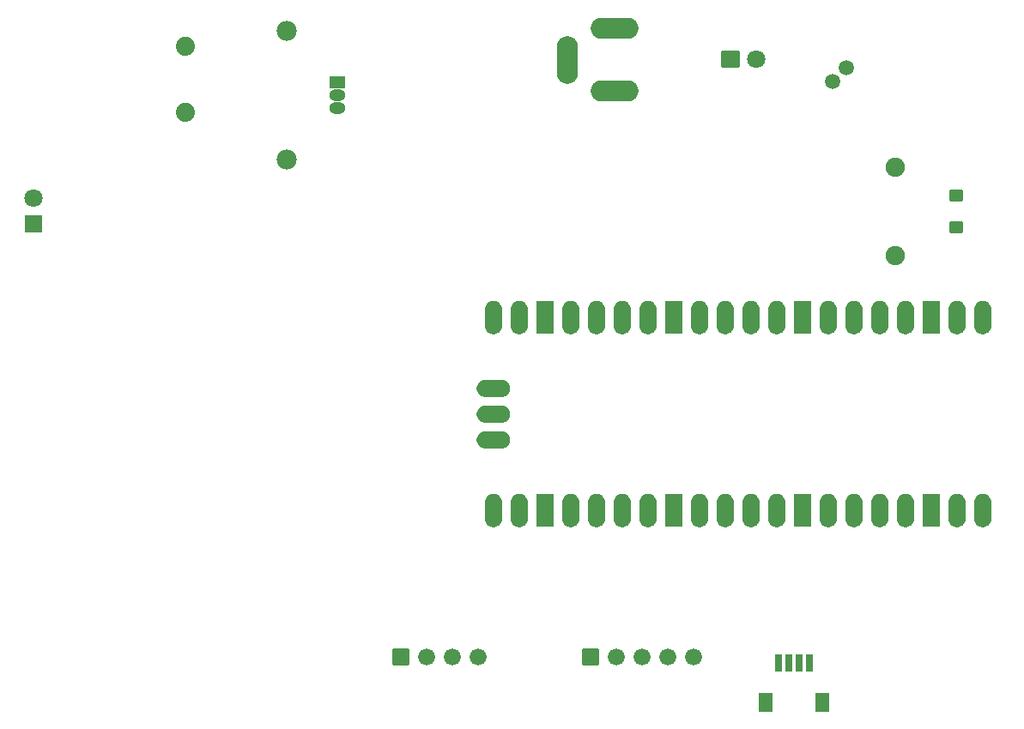
<source format=gbs>
G04 Layer: BottomSolderMaskLayer*
G04 EasyEDA v6.5.40, 2024-04-28 19:39:01*
G04 a67cddfb3fce44daa9051d46cbbcc19f,10*
G04 Gerber Generator version 0.2*
G04 Scale: 100 percent, Rotated: No, Reflected: No *
G04 Dimensions in millimeters *
G04 leading zeros omitted , absolute positions ,4 integer and 5 decimal *
%FSLAX45Y45*%
%MOMM*%

%AMMACRO1*1,1,$1,$2,$3*1,1,$1,$4,$5*1,1,$1,0-$2,0-$3*1,1,$1,0-$4,0-$5*20,1,$1,$2,$3,$4,$5,0*20,1,$1,$4,$5,0-$2,0-$3,0*20,1,$1,0-$2,0-$3,0-$4,0-$5,0*20,1,$1,0-$4,0-$5,$2,$3,0*4,1,4,$2,$3,$4,$5,0-$2,0-$3,0-$4,0-$5,$2,$3,0*%
%AMMACRO2*4,1,4,-0.8508,-1.6507,-0.8508,1.6507,0.8508,1.6507,0.8508,-1.6507,-0.8508,-1.6507,0*%
%AMMACRO3*4,1,4,-0.8509,-1.6507,-0.8509,1.6507,0.8509,1.6507,0.8509,-1.6507,-0.8509,-1.6507,0*%
%ADD10MACRO1,0.1016X0.3X0.775X-0.3X0.775*%
%ADD11MACRO1,0.1016X0.6X0.9X-0.6X0.9*%
%ADD12MACRO1,0.1016X0.6X-0.5X0.6X0.5*%
%ADD13MACRO2*%
%ADD14MACRO3*%
%ADD15C,1.9016*%
%ADD16R,1.6764X1.8016*%
%ADD17C,1.8016*%
%ADD18MACRO1,0.1016X-0.7874X0.7874X0.7874X0.7874*%
%ADD19C,1.6764*%
%ADD20MACRO1,0.1016X0.75X0.535X0.75X-0.535*%
%ADD21O,1.6015970000000002X1.1716004000000002*%
%ADD22C,1.9812*%
%ADD23C,1.8796*%
%ADD24C,1.5032*%
%ADD25MACRO1,0.1016X-0.85X0.7874X0.85X0.7874*%
%ADD26O,4.701590799999999X2.101596*%
%ADD27O,2.101596X4.701590799999999*%
%ADD28O,0.0109X4.701590799999999*%

%LPD*%
D10*
G01*
X8049935Y543814D03*
G01*
X8149935Y543814D03*
G01*
X7849920Y543765D03*
G01*
X7949918Y543767D03*
D11*
G01*
X8279958Y156263D03*
G01*
X7719951Y156215D03*
D12*
G01*
X9599980Y5154980D03*
G01*
X9599980Y4844999D03*
G36*
X9862997Y3787419D02*
G01*
X9852736Y3788029D01*
X9842627Y3789857D01*
X9832822Y3792931D01*
X9823450Y3797147D01*
X9814661Y3802456D01*
X9806559Y3808806D01*
X9799294Y3816070D01*
X9792970Y3824147D01*
X9787661Y3832961D01*
X9783445Y3842308D01*
X9780371Y3852138D01*
X9778517Y3862247D01*
X9777907Y3872331D01*
X9777907Y4032656D01*
X9778517Y4042740D01*
X9780371Y4052849D01*
X9783445Y4062653D01*
X9787661Y4072026D01*
X9792970Y4080840D01*
X9799294Y4088917D01*
X9806559Y4096181D01*
X9814661Y4102531D01*
X9823450Y4107814D01*
X9832822Y4112031D01*
X9842627Y4115130D01*
X9852736Y4116959D01*
X9862997Y4117568D01*
X9873234Y4116959D01*
X9883368Y4115130D01*
X9893172Y4112031D01*
X9902545Y4107814D01*
X9911334Y4102531D01*
X9919411Y4096181D01*
X9926675Y4088917D01*
X9933025Y4080840D01*
X9938334Y4072026D01*
X9942550Y4062653D01*
X9945624Y4052849D01*
X9947452Y4042740D01*
X9948062Y4032656D01*
X9948062Y3872331D01*
X9947452Y3862247D01*
X9945624Y3852138D01*
X9942550Y3842308D01*
X9938334Y3832961D01*
X9933025Y3824147D01*
X9926675Y3816070D01*
X9919411Y3808806D01*
X9911334Y3802456D01*
X9902545Y3797147D01*
X9893172Y3792931D01*
X9883368Y3789857D01*
X9873234Y3788029D01*
G37*
G36*
X9608997Y3787419D02*
G01*
X9598736Y3788029D01*
X9588627Y3789857D01*
X9578822Y3792931D01*
X9569450Y3797147D01*
X9560661Y3802456D01*
X9552559Y3808806D01*
X9545294Y3816070D01*
X9538970Y3824147D01*
X9533661Y3832961D01*
X9529445Y3842308D01*
X9526371Y3852138D01*
X9524517Y3862247D01*
X9523907Y3872331D01*
X9523907Y4032656D01*
X9524517Y4042740D01*
X9526371Y4052849D01*
X9529445Y4062653D01*
X9533661Y4072026D01*
X9538970Y4080840D01*
X9545294Y4088917D01*
X9552559Y4096181D01*
X9560661Y4102531D01*
X9569450Y4107814D01*
X9578822Y4112031D01*
X9588627Y4115130D01*
X9598736Y4116959D01*
X9608997Y4117568D01*
X9619234Y4116959D01*
X9629368Y4115130D01*
X9639172Y4112031D01*
X9648545Y4107814D01*
X9657334Y4102531D01*
X9665411Y4096181D01*
X9672675Y4088917D01*
X9679025Y4080840D01*
X9684334Y4072026D01*
X9688550Y4062653D01*
X9691624Y4052849D01*
X9693452Y4042740D01*
X9694062Y4032656D01*
X9694062Y3872331D01*
X9693452Y3862247D01*
X9691624Y3852138D01*
X9688550Y3842308D01*
X9684334Y3832961D01*
X9679025Y3824147D01*
X9672675Y3816070D01*
X9665411Y3808806D01*
X9657334Y3802456D01*
X9648545Y3797147D01*
X9639172Y3792931D01*
X9629368Y3789857D01*
X9619234Y3788029D01*
G37*
D13*
G01*
X9354985Y3952493D03*
G36*
X9100997Y3787419D02*
G01*
X9090736Y3788029D01*
X9080627Y3789857D01*
X9070822Y3792931D01*
X9061450Y3797147D01*
X9052661Y3802456D01*
X9044559Y3808806D01*
X9037294Y3816070D01*
X9030970Y3824147D01*
X9025661Y3832961D01*
X9021445Y3842308D01*
X9018371Y3852138D01*
X9016517Y3862247D01*
X9015907Y3872331D01*
X9015907Y4032656D01*
X9016517Y4042740D01*
X9018371Y4052849D01*
X9021445Y4062653D01*
X9025661Y4072026D01*
X9030970Y4080840D01*
X9037294Y4088917D01*
X9044559Y4096181D01*
X9052661Y4102531D01*
X9061450Y4107814D01*
X9070822Y4112031D01*
X9080627Y4115130D01*
X9090736Y4116959D01*
X9100997Y4117568D01*
X9111259Y4116959D01*
X9121368Y4115130D01*
X9131172Y4112031D01*
X9140545Y4107814D01*
X9149334Y4102531D01*
X9157411Y4096181D01*
X9164675Y4088917D01*
X9171025Y4080840D01*
X9176334Y4072026D01*
X9180550Y4062653D01*
X9183624Y4052849D01*
X9185478Y4042740D01*
X9186062Y4032656D01*
X9186062Y3872331D01*
X9185478Y3862247D01*
X9183624Y3852138D01*
X9180550Y3842308D01*
X9176334Y3832961D01*
X9171025Y3824147D01*
X9164675Y3816070D01*
X9157411Y3808806D01*
X9149334Y3802456D01*
X9140545Y3797147D01*
X9131172Y3792931D01*
X9121368Y3789857D01*
X9111259Y3788029D01*
G37*
G36*
X8846997Y3787419D02*
G01*
X8836736Y3788029D01*
X8826627Y3789857D01*
X8816822Y3792931D01*
X8807450Y3797147D01*
X8798661Y3802456D01*
X8790559Y3808806D01*
X8783294Y3816070D01*
X8776970Y3824147D01*
X8771661Y3832961D01*
X8767445Y3842308D01*
X8764371Y3852138D01*
X8762517Y3862247D01*
X8761907Y3872331D01*
X8761907Y4032656D01*
X8762517Y4042740D01*
X8764371Y4052849D01*
X8767445Y4062653D01*
X8771661Y4072026D01*
X8776970Y4080840D01*
X8783294Y4088917D01*
X8790559Y4096181D01*
X8798661Y4102531D01*
X8807450Y4107814D01*
X8816822Y4112031D01*
X8826627Y4115130D01*
X8836736Y4116959D01*
X8846997Y4117568D01*
X8857259Y4116959D01*
X8867368Y4115130D01*
X8877172Y4112031D01*
X8886545Y4107814D01*
X8895334Y4102531D01*
X8903411Y4096181D01*
X8910675Y4088917D01*
X8917025Y4080840D01*
X8922334Y4072026D01*
X8926550Y4062653D01*
X8929624Y4052849D01*
X8931478Y4042740D01*
X8932062Y4032656D01*
X8932062Y3872331D01*
X8931478Y3862247D01*
X8929624Y3852138D01*
X8926550Y3842308D01*
X8922334Y3832961D01*
X8917025Y3824147D01*
X8910675Y3816070D01*
X8903411Y3808806D01*
X8895334Y3802456D01*
X8886545Y3797147D01*
X8877172Y3792931D01*
X8867368Y3789857D01*
X8857259Y3788029D01*
G37*
G36*
X8592997Y3787419D02*
G01*
X8582736Y3788029D01*
X8572627Y3789857D01*
X8562822Y3792931D01*
X8553450Y3797147D01*
X8544661Y3802456D01*
X8536559Y3808806D01*
X8529294Y3816070D01*
X8522970Y3824147D01*
X8517661Y3832961D01*
X8513445Y3842308D01*
X8510371Y3852138D01*
X8508517Y3862247D01*
X8507907Y3872331D01*
X8507907Y4032656D01*
X8508517Y4042740D01*
X8510371Y4052849D01*
X8513445Y4062653D01*
X8517661Y4072026D01*
X8522970Y4080840D01*
X8529294Y4088917D01*
X8536559Y4096181D01*
X8544661Y4102531D01*
X8553450Y4107814D01*
X8562822Y4112031D01*
X8572627Y4115130D01*
X8582736Y4116959D01*
X8592997Y4117568D01*
X8603259Y4116959D01*
X8613368Y4115130D01*
X8623172Y4112031D01*
X8632545Y4107814D01*
X8641334Y4102531D01*
X8649411Y4096181D01*
X8656675Y4088917D01*
X8663025Y4080840D01*
X8668334Y4072026D01*
X8672550Y4062653D01*
X8675624Y4052849D01*
X8677478Y4042740D01*
X8678087Y4032656D01*
X8678087Y3872331D01*
X8677478Y3862247D01*
X8675624Y3852138D01*
X8672550Y3842308D01*
X8668334Y3832961D01*
X8663025Y3824147D01*
X8656675Y3816070D01*
X8649411Y3808806D01*
X8641334Y3802456D01*
X8632545Y3797147D01*
X8623172Y3792931D01*
X8613368Y3789857D01*
X8603259Y3788029D01*
G37*
G36*
X8338997Y3787419D02*
G01*
X8328736Y3788029D01*
X8318627Y3789857D01*
X8308822Y3792931D01*
X8299450Y3797147D01*
X8290661Y3802456D01*
X8282559Y3808806D01*
X8275294Y3816070D01*
X8268970Y3824147D01*
X8263661Y3832961D01*
X8259445Y3842308D01*
X8256371Y3852138D01*
X8254517Y3862247D01*
X8253907Y3872331D01*
X8253907Y4032656D01*
X8254517Y4042740D01*
X8256371Y4052849D01*
X8259445Y4062653D01*
X8263661Y4072026D01*
X8268970Y4080840D01*
X8275294Y4088917D01*
X8282559Y4096181D01*
X8290661Y4102531D01*
X8299450Y4107814D01*
X8308822Y4112031D01*
X8318627Y4115130D01*
X8328736Y4116959D01*
X8338997Y4117568D01*
X8349259Y4116959D01*
X8359368Y4115130D01*
X8369172Y4112031D01*
X8378545Y4107814D01*
X8387334Y4102531D01*
X8395436Y4096181D01*
X8402675Y4088917D01*
X8409025Y4080840D01*
X8414334Y4072026D01*
X8418550Y4062653D01*
X8421624Y4052849D01*
X8423478Y4042740D01*
X8424087Y4032656D01*
X8424087Y3872331D01*
X8423478Y3862247D01*
X8421624Y3852138D01*
X8418550Y3842308D01*
X8414334Y3832961D01*
X8409025Y3824147D01*
X8402675Y3816070D01*
X8395436Y3808806D01*
X8387334Y3802456D01*
X8378545Y3797147D01*
X8369172Y3792931D01*
X8359368Y3789857D01*
X8349259Y3788029D01*
G37*
D14*
G01*
X8084997Y3952493D03*
G36*
X7830997Y3787419D02*
G01*
X7820736Y3788029D01*
X7810627Y3789857D01*
X7800822Y3792931D01*
X7791450Y3797147D01*
X7782661Y3802456D01*
X7774559Y3808806D01*
X7767294Y3816070D01*
X7760970Y3824147D01*
X7755661Y3832961D01*
X7751445Y3842308D01*
X7748371Y3852138D01*
X7746517Y3862247D01*
X7745907Y3872331D01*
X7745907Y4032656D01*
X7746517Y4042740D01*
X7748371Y4052849D01*
X7751445Y4062653D01*
X7755661Y4072026D01*
X7760970Y4080840D01*
X7767294Y4088917D01*
X7774559Y4096181D01*
X7782661Y4102531D01*
X7791450Y4107814D01*
X7800822Y4112031D01*
X7810627Y4115130D01*
X7820736Y4116959D01*
X7830997Y4117568D01*
X7841259Y4116959D01*
X7851368Y4115130D01*
X7861172Y4112031D01*
X7870545Y4107814D01*
X7879334Y4102531D01*
X7887436Y4096181D01*
X7894675Y4088917D01*
X7901025Y4080840D01*
X7906334Y4072026D01*
X7910550Y4062653D01*
X7913624Y4052849D01*
X7915478Y4042740D01*
X7916087Y4032656D01*
X7916087Y3872331D01*
X7915478Y3862247D01*
X7913624Y3852138D01*
X7910550Y3842308D01*
X7906334Y3832961D01*
X7901025Y3824147D01*
X7894675Y3816070D01*
X7887436Y3808806D01*
X7879334Y3802456D01*
X7870545Y3797147D01*
X7861172Y3792931D01*
X7851368Y3789857D01*
X7841259Y3788029D01*
G37*
G36*
X7576997Y3787419D02*
G01*
X7566736Y3788029D01*
X7556627Y3789857D01*
X7546822Y3792931D01*
X7537450Y3797147D01*
X7528661Y3802456D01*
X7520559Y3808806D01*
X7513294Y3816070D01*
X7506970Y3824147D01*
X7501661Y3832961D01*
X7497445Y3842308D01*
X7494371Y3852138D01*
X7492517Y3862247D01*
X7491907Y3872331D01*
X7491907Y4032656D01*
X7492517Y4042740D01*
X7494371Y4052849D01*
X7497445Y4062653D01*
X7501661Y4072026D01*
X7506970Y4080840D01*
X7513294Y4088917D01*
X7520559Y4096181D01*
X7528661Y4102531D01*
X7537450Y4107814D01*
X7546822Y4112031D01*
X7556627Y4115130D01*
X7566736Y4116959D01*
X7576997Y4117568D01*
X7587259Y4116959D01*
X7597368Y4115130D01*
X7607172Y4112031D01*
X7616545Y4107814D01*
X7625334Y4102531D01*
X7633436Y4096181D01*
X7640675Y4088917D01*
X7647025Y4080840D01*
X7652334Y4072026D01*
X7656550Y4062653D01*
X7659624Y4052849D01*
X7661478Y4042740D01*
X7662087Y4032656D01*
X7662087Y3872331D01*
X7661478Y3862247D01*
X7659624Y3852138D01*
X7656550Y3842308D01*
X7652334Y3832961D01*
X7647025Y3824147D01*
X7640675Y3816070D01*
X7633436Y3808806D01*
X7625334Y3802456D01*
X7616545Y3797147D01*
X7607172Y3792931D01*
X7597368Y3789857D01*
X7587259Y3788029D01*
G37*
G36*
X7322997Y3787419D02*
G01*
X7312736Y3788029D01*
X7302627Y3789857D01*
X7292822Y3792931D01*
X7283450Y3797147D01*
X7274661Y3802456D01*
X7266559Y3808806D01*
X7259320Y3816070D01*
X7252970Y3824147D01*
X7247661Y3832961D01*
X7243445Y3842308D01*
X7240371Y3852138D01*
X7238517Y3862247D01*
X7237907Y3872331D01*
X7237907Y4032656D01*
X7238517Y4042740D01*
X7240371Y4052849D01*
X7243445Y4062653D01*
X7247661Y4072026D01*
X7252970Y4080840D01*
X7259320Y4088917D01*
X7266559Y4096181D01*
X7274661Y4102531D01*
X7283450Y4107814D01*
X7292822Y4112031D01*
X7302627Y4115130D01*
X7312736Y4116959D01*
X7322997Y4117568D01*
X7333259Y4116959D01*
X7343368Y4115130D01*
X7353172Y4112031D01*
X7362545Y4107814D01*
X7371334Y4102531D01*
X7379436Y4096181D01*
X7386700Y4088917D01*
X7393025Y4080840D01*
X7398334Y4072026D01*
X7402550Y4062653D01*
X7405624Y4052849D01*
X7407478Y4042740D01*
X7408087Y4032656D01*
X7408087Y3872331D01*
X7407478Y3862247D01*
X7405624Y3852138D01*
X7402550Y3842308D01*
X7398334Y3832961D01*
X7393025Y3824147D01*
X7386700Y3816070D01*
X7379436Y3808806D01*
X7371334Y3802456D01*
X7362545Y3797147D01*
X7353172Y3792931D01*
X7343368Y3789857D01*
X7333259Y3788029D01*
G37*
G36*
X7068997Y3787419D02*
G01*
X7058736Y3788029D01*
X7048627Y3789857D01*
X7038822Y3792931D01*
X7029450Y3797147D01*
X7020661Y3802456D01*
X7012559Y3808806D01*
X7005320Y3816070D01*
X6998970Y3824147D01*
X6993661Y3832961D01*
X6989445Y3842308D01*
X6986371Y3852138D01*
X6984517Y3862247D01*
X6983907Y3872331D01*
X6983907Y4032656D01*
X6984517Y4042740D01*
X6986371Y4052849D01*
X6989445Y4062653D01*
X6993661Y4072026D01*
X6998970Y4080840D01*
X7005320Y4088917D01*
X7012559Y4096181D01*
X7020661Y4102531D01*
X7029450Y4107814D01*
X7038822Y4112031D01*
X7048627Y4115130D01*
X7058736Y4116959D01*
X7068997Y4117568D01*
X7079259Y4116959D01*
X7089368Y4115130D01*
X7099172Y4112031D01*
X7108545Y4107814D01*
X7117334Y4102531D01*
X7125436Y4096181D01*
X7132700Y4088917D01*
X7139025Y4080840D01*
X7144334Y4072026D01*
X7148550Y4062653D01*
X7151624Y4052849D01*
X7153478Y4042740D01*
X7154087Y4032656D01*
X7154087Y3872331D01*
X7153478Y3862247D01*
X7151624Y3852138D01*
X7148550Y3842308D01*
X7144334Y3832961D01*
X7139025Y3824147D01*
X7132700Y3816070D01*
X7125436Y3808806D01*
X7117334Y3802456D01*
X7108545Y3797147D01*
X7099172Y3792931D01*
X7089368Y3789857D01*
X7079259Y3788029D01*
G37*
G01*
X6814997Y3952493D03*
G36*
X6560997Y3787419D02*
G01*
X6550736Y3788029D01*
X6540627Y3789857D01*
X6530822Y3792931D01*
X6521450Y3797147D01*
X6512661Y3802456D01*
X6504559Y3808806D01*
X6497320Y3816070D01*
X6490970Y3824147D01*
X6485661Y3832961D01*
X6481445Y3842308D01*
X6478371Y3852138D01*
X6476517Y3862247D01*
X6475907Y3872331D01*
X6475907Y4032656D01*
X6476517Y4042740D01*
X6478371Y4052849D01*
X6481445Y4062653D01*
X6485661Y4072026D01*
X6490970Y4080840D01*
X6497320Y4088917D01*
X6504559Y4096181D01*
X6512661Y4102531D01*
X6521450Y4107814D01*
X6530822Y4112031D01*
X6540627Y4115130D01*
X6550736Y4116959D01*
X6560997Y4117568D01*
X6571259Y4116959D01*
X6581368Y4115130D01*
X6591172Y4112031D01*
X6600545Y4107814D01*
X6609334Y4102531D01*
X6617436Y4096181D01*
X6624700Y4088917D01*
X6631025Y4080840D01*
X6636334Y4072026D01*
X6640550Y4062653D01*
X6643624Y4052849D01*
X6645478Y4042740D01*
X6646087Y4032656D01*
X6646087Y3872331D01*
X6645478Y3862247D01*
X6643624Y3852138D01*
X6640550Y3842308D01*
X6636334Y3832961D01*
X6631025Y3824147D01*
X6624700Y3816070D01*
X6617436Y3808806D01*
X6609334Y3802456D01*
X6600545Y3797147D01*
X6591172Y3792931D01*
X6581368Y3789857D01*
X6571259Y3788029D01*
G37*
G36*
X6306997Y3787419D02*
G01*
X6296736Y3788029D01*
X6286627Y3789857D01*
X6276822Y3792931D01*
X6267450Y3797147D01*
X6258661Y3802456D01*
X6250584Y3808806D01*
X6243320Y3816070D01*
X6236970Y3824147D01*
X6231661Y3832961D01*
X6227445Y3842308D01*
X6224371Y3852138D01*
X6222517Y3862247D01*
X6221907Y3872331D01*
X6221907Y4032656D01*
X6222517Y4042740D01*
X6224371Y4052849D01*
X6227445Y4062653D01*
X6231661Y4072026D01*
X6236970Y4080840D01*
X6243320Y4088917D01*
X6250584Y4096181D01*
X6258661Y4102531D01*
X6267450Y4107814D01*
X6276822Y4112031D01*
X6286627Y4115130D01*
X6296736Y4116959D01*
X6306997Y4117568D01*
X6317259Y4116959D01*
X6327368Y4115130D01*
X6337172Y4112031D01*
X6346545Y4107814D01*
X6355334Y4102531D01*
X6363436Y4096181D01*
X6370700Y4088917D01*
X6377025Y4080840D01*
X6382334Y4072026D01*
X6386550Y4062653D01*
X6389624Y4052849D01*
X6391478Y4042740D01*
X6392087Y4032656D01*
X6392087Y3872331D01*
X6391478Y3862247D01*
X6389624Y3852138D01*
X6386550Y3842308D01*
X6382334Y3832961D01*
X6377025Y3824147D01*
X6370700Y3816070D01*
X6363436Y3808806D01*
X6355334Y3802456D01*
X6346545Y3797147D01*
X6337172Y3792931D01*
X6327368Y3789857D01*
X6317259Y3788029D01*
G37*
G36*
X6052997Y3787419D02*
G01*
X6042736Y3788029D01*
X6032627Y3789857D01*
X6022822Y3792931D01*
X6013450Y3797147D01*
X6004661Y3802456D01*
X5996584Y3808806D01*
X5989320Y3816070D01*
X5982970Y3824147D01*
X5977661Y3832961D01*
X5973445Y3842308D01*
X5970371Y3852138D01*
X5968517Y3862247D01*
X5967933Y3872331D01*
X5967933Y4032656D01*
X5968517Y4042740D01*
X5970371Y4052849D01*
X5973445Y4062653D01*
X5977661Y4072026D01*
X5982970Y4080840D01*
X5989320Y4088917D01*
X5996584Y4096181D01*
X6004661Y4102531D01*
X6013450Y4107814D01*
X6022822Y4112031D01*
X6032627Y4115130D01*
X6042736Y4116959D01*
X6052997Y4117568D01*
X6063259Y4116959D01*
X6073368Y4115130D01*
X6083172Y4112031D01*
X6092545Y4107814D01*
X6101334Y4102531D01*
X6109436Y4096181D01*
X6116700Y4088917D01*
X6123025Y4080840D01*
X6128334Y4072026D01*
X6132550Y4062653D01*
X6135624Y4052849D01*
X6137478Y4042740D01*
X6138087Y4032656D01*
X6138087Y3872331D01*
X6137478Y3862247D01*
X6135624Y3852138D01*
X6132550Y3842308D01*
X6128334Y3832961D01*
X6123025Y3824147D01*
X6116700Y3816070D01*
X6109436Y3808806D01*
X6101334Y3802456D01*
X6092545Y3797147D01*
X6083172Y3792931D01*
X6073368Y3789857D01*
X6063259Y3788029D01*
G37*
G36*
X5798997Y3787419D02*
G01*
X5788736Y3788029D01*
X5778627Y3789857D01*
X5768822Y3792931D01*
X5759450Y3797147D01*
X5750661Y3802456D01*
X5742584Y3808806D01*
X5735320Y3816070D01*
X5728970Y3824147D01*
X5723661Y3832961D01*
X5719445Y3842308D01*
X5716371Y3852138D01*
X5714517Y3862247D01*
X5713933Y3872331D01*
X5713933Y4032656D01*
X5714517Y4042740D01*
X5716371Y4052849D01*
X5719445Y4062653D01*
X5723661Y4072026D01*
X5728970Y4080840D01*
X5735320Y4088917D01*
X5742584Y4096181D01*
X5750661Y4102531D01*
X5759450Y4107814D01*
X5768822Y4112031D01*
X5778627Y4115130D01*
X5788736Y4116959D01*
X5798997Y4117568D01*
X5809259Y4116959D01*
X5819368Y4115130D01*
X5829172Y4112031D01*
X5838545Y4107814D01*
X5847334Y4102531D01*
X5855436Y4096181D01*
X5862700Y4088917D01*
X5869025Y4080840D01*
X5874334Y4072026D01*
X5878550Y4062653D01*
X5881624Y4052849D01*
X5883478Y4042740D01*
X5884087Y4032656D01*
X5884087Y3872331D01*
X5883478Y3862247D01*
X5881624Y3852138D01*
X5878550Y3842308D01*
X5874334Y3832961D01*
X5869025Y3824147D01*
X5862700Y3816070D01*
X5855436Y3808806D01*
X5847334Y3802456D01*
X5838545Y3797147D01*
X5829172Y3792931D01*
X5819368Y3789857D01*
X5809259Y3788029D01*
G37*
D13*
G01*
X5545010Y3952493D03*
G36*
X5290997Y3787419D02*
G01*
X5280761Y3788029D01*
X5270627Y3789857D01*
X5260822Y3792931D01*
X5251450Y3797147D01*
X5242661Y3802456D01*
X5234584Y3808806D01*
X5227320Y3816070D01*
X5220970Y3824147D01*
X5215661Y3832961D01*
X5211445Y3842308D01*
X5208371Y3852138D01*
X5206542Y3862247D01*
X5205933Y3872331D01*
X5205933Y4032656D01*
X5206542Y4042740D01*
X5208371Y4052849D01*
X5211445Y4062653D01*
X5215661Y4072026D01*
X5220970Y4080840D01*
X5227320Y4088917D01*
X5234584Y4096181D01*
X5242661Y4102531D01*
X5251450Y4107814D01*
X5260822Y4112031D01*
X5270627Y4115130D01*
X5280761Y4116959D01*
X5290997Y4117568D01*
X5301259Y4116959D01*
X5311368Y4115130D01*
X5321172Y4112031D01*
X5330545Y4107814D01*
X5339334Y4102531D01*
X5347436Y4096181D01*
X5354700Y4088917D01*
X5361025Y4080840D01*
X5366334Y4072026D01*
X5370550Y4062653D01*
X5373624Y4052849D01*
X5375478Y4042740D01*
X5376087Y4032656D01*
X5376087Y3872331D01*
X5375478Y3862247D01*
X5373624Y3852138D01*
X5370550Y3842308D01*
X5366334Y3832961D01*
X5361025Y3824147D01*
X5354700Y3816070D01*
X5347436Y3808806D01*
X5339334Y3802456D01*
X5330545Y3797147D01*
X5321172Y3792931D01*
X5311368Y3789857D01*
X5301259Y3788029D01*
G37*
G36*
X5036997Y3787419D02*
G01*
X5026761Y3788029D01*
X5016627Y3789857D01*
X5006822Y3792931D01*
X4997450Y3797147D01*
X4988661Y3802456D01*
X4980584Y3808806D01*
X4973320Y3816070D01*
X4966970Y3824147D01*
X4961661Y3832961D01*
X4957445Y3842308D01*
X4954371Y3852138D01*
X4952542Y3862247D01*
X4951933Y3872331D01*
X4951933Y4032656D01*
X4952542Y4042740D01*
X4954371Y4052849D01*
X4957445Y4062653D01*
X4961661Y4072026D01*
X4966970Y4080840D01*
X4973320Y4088917D01*
X4980584Y4096181D01*
X4988661Y4102531D01*
X4997450Y4107814D01*
X5006822Y4112031D01*
X5016627Y4115130D01*
X5026761Y4116959D01*
X5036997Y4117568D01*
X5047259Y4116959D01*
X5057368Y4115130D01*
X5067172Y4112031D01*
X5076545Y4107814D01*
X5085334Y4102531D01*
X5093436Y4096181D01*
X5100700Y4088917D01*
X5107025Y4080840D01*
X5112334Y4072026D01*
X5116550Y4062653D01*
X5119624Y4052849D01*
X5121478Y4042740D01*
X5122087Y4032656D01*
X5122087Y3872331D01*
X5121478Y3862247D01*
X5119624Y3852138D01*
X5116550Y3842308D01*
X5112334Y3832961D01*
X5107025Y3824147D01*
X5100700Y3816070D01*
X5093436Y3808806D01*
X5085334Y3802456D01*
X5076545Y3797147D01*
X5067172Y3792931D01*
X5057368Y3789857D01*
X5047259Y3788029D01*
G37*
G36*
X5036997Y1882419D02*
G01*
X5026761Y1883029D01*
X5016627Y1884857D01*
X5006822Y1887956D01*
X4997450Y1892172D01*
X4988661Y1897456D01*
X4980584Y1903806D01*
X4973320Y1911070D01*
X4966970Y1919147D01*
X4961661Y1927961D01*
X4957445Y1937334D01*
X4954371Y1947138D01*
X4952542Y1957247D01*
X4951933Y1967331D01*
X4951933Y2127656D01*
X4952542Y2137740D01*
X4954371Y2147849D01*
X4957445Y2157679D01*
X4961661Y2167026D01*
X4966970Y2175840D01*
X4973320Y2183917D01*
X4980584Y2191181D01*
X4988661Y2197531D01*
X4997450Y2202840D01*
X5006822Y2207056D01*
X5016627Y2210130D01*
X5026761Y2211959D01*
X5036997Y2212568D01*
X5047259Y2211959D01*
X5057368Y2210130D01*
X5067172Y2207056D01*
X5076545Y2202840D01*
X5085334Y2197531D01*
X5093436Y2191181D01*
X5100700Y2183917D01*
X5107025Y2175840D01*
X5112334Y2167026D01*
X5116550Y2157679D01*
X5119624Y2147849D01*
X5121478Y2137740D01*
X5122087Y2127656D01*
X5122087Y1967331D01*
X5121478Y1957247D01*
X5119624Y1947138D01*
X5116550Y1937334D01*
X5112334Y1927961D01*
X5107025Y1919147D01*
X5100700Y1911070D01*
X5093436Y1903806D01*
X5085334Y1897456D01*
X5076545Y1892172D01*
X5067172Y1887956D01*
X5057368Y1884857D01*
X5047259Y1883029D01*
G37*
G36*
X5290997Y1882419D02*
G01*
X5280761Y1883029D01*
X5270627Y1884857D01*
X5260822Y1887956D01*
X5251450Y1892172D01*
X5242661Y1897456D01*
X5234584Y1903806D01*
X5227320Y1911070D01*
X5220970Y1919147D01*
X5215661Y1927961D01*
X5211445Y1937334D01*
X5208371Y1947138D01*
X5206542Y1957247D01*
X5205933Y1967331D01*
X5205933Y2127656D01*
X5206542Y2137740D01*
X5208371Y2147849D01*
X5211445Y2157679D01*
X5215661Y2167026D01*
X5220970Y2175840D01*
X5227320Y2183917D01*
X5234584Y2191181D01*
X5242661Y2197531D01*
X5251450Y2202840D01*
X5260822Y2207056D01*
X5270627Y2210130D01*
X5280761Y2211959D01*
X5290997Y2212568D01*
X5301259Y2211959D01*
X5311368Y2210130D01*
X5321172Y2207056D01*
X5330545Y2202840D01*
X5339334Y2197531D01*
X5347436Y2191181D01*
X5354700Y2183917D01*
X5361025Y2175840D01*
X5366334Y2167026D01*
X5370550Y2157679D01*
X5373624Y2147849D01*
X5375478Y2137740D01*
X5376087Y2127656D01*
X5376087Y1967331D01*
X5375478Y1957247D01*
X5373624Y1947138D01*
X5370550Y1937334D01*
X5366334Y1927961D01*
X5361025Y1919147D01*
X5354700Y1911070D01*
X5347436Y1903806D01*
X5339334Y1897456D01*
X5330545Y1892172D01*
X5321172Y1887956D01*
X5311368Y1884857D01*
X5301259Y1883029D01*
G37*
G01*
X5545010Y2047493D03*
G36*
X5798997Y1882419D02*
G01*
X5788736Y1883029D01*
X5778627Y1884857D01*
X5768822Y1887956D01*
X5759450Y1892172D01*
X5750661Y1897456D01*
X5742584Y1903806D01*
X5735320Y1911070D01*
X5728970Y1919147D01*
X5723661Y1927961D01*
X5719445Y1937334D01*
X5716371Y1947138D01*
X5714517Y1957247D01*
X5713933Y1967331D01*
X5713933Y2127656D01*
X5714517Y2137740D01*
X5716371Y2147849D01*
X5719445Y2157679D01*
X5723661Y2167026D01*
X5728970Y2175840D01*
X5735320Y2183917D01*
X5742584Y2191181D01*
X5750661Y2197531D01*
X5759450Y2202840D01*
X5768822Y2207056D01*
X5778627Y2210130D01*
X5788736Y2211959D01*
X5798997Y2212568D01*
X5809259Y2211959D01*
X5819368Y2210130D01*
X5829172Y2207056D01*
X5838545Y2202840D01*
X5847334Y2197531D01*
X5855436Y2191181D01*
X5862700Y2183917D01*
X5869025Y2175840D01*
X5874334Y2167026D01*
X5878550Y2157679D01*
X5881624Y2147849D01*
X5883478Y2137740D01*
X5884087Y2127656D01*
X5884087Y1967331D01*
X5883478Y1957247D01*
X5881624Y1947138D01*
X5878550Y1937334D01*
X5874334Y1927961D01*
X5869025Y1919147D01*
X5862700Y1911070D01*
X5855436Y1903806D01*
X5847334Y1897456D01*
X5838545Y1892172D01*
X5829172Y1887956D01*
X5819368Y1884857D01*
X5809259Y1883029D01*
G37*
G36*
X6052997Y1882419D02*
G01*
X6042736Y1883029D01*
X6032627Y1884857D01*
X6022822Y1887956D01*
X6013450Y1892172D01*
X6004661Y1897456D01*
X5996584Y1903806D01*
X5989320Y1911070D01*
X5982970Y1919147D01*
X5977661Y1927961D01*
X5973445Y1937334D01*
X5970371Y1947138D01*
X5968517Y1957247D01*
X5967933Y1967331D01*
X5967933Y2127656D01*
X5968517Y2137740D01*
X5970371Y2147849D01*
X5973445Y2157679D01*
X5977661Y2167026D01*
X5982970Y2175840D01*
X5989320Y2183917D01*
X5996584Y2191181D01*
X6004661Y2197531D01*
X6013450Y2202840D01*
X6022822Y2207056D01*
X6032627Y2210130D01*
X6042736Y2211959D01*
X6052997Y2212568D01*
X6063259Y2211959D01*
X6073368Y2210130D01*
X6083172Y2207056D01*
X6092545Y2202840D01*
X6101334Y2197531D01*
X6109436Y2191181D01*
X6116700Y2183917D01*
X6123025Y2175840D01*
X6128334Y2167026D01*
X6132550Y2157679D01*
X6135624Y2147849D01*
X6137478Y2137740D01*
X6138087Y2127656D01*
X6138087Y1967331D01*
X6137478Y1957247D01*
X6135624Y1947138D01*
X6132550Y1937334D01*
X6128334Y1927961D01*
X6123025Y1919147D01*
X6116700Y1911070D01*
X6109436Y1903806D01*
X6101334Y1897456D01*
X6092545Y1892172D01*
X6083172Y1887956D01*
X6073368Y1884857D01*
X6063259Y1883029D01*
G37*
G36*
X6306997Y1882419D02*
G01*
X6296736Y1883029D01*
X6286627Y1884857D01*
X6276822Y1887956D01*
X6267450Y1892172D01*
X6258661Y1897456D01*
X6250584Y1903806D01*
X6243320Y1911070D01*
X6236970Y1919147D01*
X6231661Y1927961D01*
X6227445Y1937334D01*
X6224371Y1947138D01*
X6222517Y1957247D01*
X6221907Y1967331D01*
X6221907Y2127656D01*
X6222517Y2137740D01*
X6224371Y2147849D01*
X6227445Y2157679D01*
X6231661Y2167026D01*
X6236970Y2175840D01*
X6243320Y2183917D01*
X6250584Y2191181D01*
X6258661Y2197531D01*
X6267450Y2202840D01*
X6276822Y2207056D01*
X6286627Y2210130D01*
X6296736Y2211959D01*
X6306997Y2212568D01*
X6317259Y2211959D01*
X6327368Y2210130D01*
X6337172Y2207056D01*
X6346545Y2202840D01*
X6355334Y2197531D01*
X6363436Y2191181D01*
X6370700Y2183917D01*
X6377025Y2175840D01*
X6382334Y2167026D01*
X6386550Y2157679D01*
X6389624Y2147849D01*
X6391478Y2137740D01*
X6392087Y2127656D01*
X6392087Y1967331D01*
X6391478Y1957247D01*
X6389624Y1947138D01*
X6386550Y1937334D01*
X6382334Y1927961D01*
X6377025Y1919147D01*
X6370700Y1911070D01*
X6363436Y1903806D01*
X6355334Y1897456D01*
X6346545Y1892172D01*
X6337172Y1887956D01*
X6327368Y1884857D01*
X6317259Y1883029D01*
G37*
G36*
X6560997Y1882419D02*
G01*
X6550736Y1883029D01*
X6540627Y1884857D01*
X6530822Y1887956D01*
X6521450Y1892172D01*
X6512661Y1897456D01*
X6504559Y1903806D01*
X6497320Y1911070D01*
X6490970Y1919147D01*
X6485661Y1927961D01*
X6481445Y1937334D01*
X6478371Y1947138D01*
X6476517Y1957247D01*
X6475907Y1967331D01*
X6475907Y2127656D01*
X6476517Y2137740D01*
X6478371Y2147849D01*
X6481445Y2157679D01*
X6485661Y2167026D01*
X6490970Y2175840D01*
X6497320Y2183917D01*
X6504559Y2191181D01*
X6512661Y2197531D01*
X6521450Y2202840D01*
X6530822Y2207056D01*
X6540627Y2210130D01*
X6550736Y2211959D01*
X6560997Y2212568D01*
X6571259Y2211959D01*
X6581368Y2210130D01*
X6591172Y2207056D01*
X6600545Y2202840D01*
X6609334Y2197531D01*
X6617436Y2191181D01*
X6624700Y2183917D01*
X6631025Y2175840D01*
X6636334Y2167026D01*
X6640550Y2157679D01*
X6643624Y2147849D01*
X6645478Y2137740D01*
X6646087Y2127656D01*
X6646087Y1967331D01*
X6645478Y1957247D01*
X6643624Y1947138D01*
X6640550Y1937334D01*
X6636334Y1927961D01*
X6631025Y1919147D01*
X6624700Y1911070D01*
X6617436Y1903806D01*
X6609334Y1897456D01*
X6600545Y1892172D01*
X6591172Y1887956D01*
X6581368Y1884857D01*
X6571259Y1883029D01*
G37*
D14*
G01*
X6814997Y2047493D03*
G36*
X7068997Y1882419D02*
G01*
X7058736Y1883029D01*
X7048627Y1884857D01*
X7038822Y1887956D01*
X7029450Y1892172D01*
X7020661Y1897456D01*
X7012559Y1903806D01*
X7005320Y1911070D01*
X6998970Y1919147D01*
X6993661Y1927961D01*
X6989445Y1937334D01*
X6986371Y1947138D01*
X6984517Y1957247D01*
X6983907Y1967331D01*
X6983907Y2127656D01*
X6984517Y2137740D01*
X6986371Y2147849D01*
X6989445Y2157679D01*
X6993661Y2167026D01*
X6998970Y2175840D01*
X7005320Y2183917D01*
X7012559Y2191181D01*
X7020661Y2197531D01*
X7029450Y2202840D01*
X7038822Y2207056D01*
X7048627Y2210130D01*
X7058736Y2211959D01*
X7068997Y2212568D01*
X7079259Y2211959D01*
X7089368Y2210130D01*
X7099172Y2207056D01*
X7108545Y2202840D01*
X7117334Y2197531D01*
X7125436Y2191181D01*
X7132700Y2183917D01*
X7139025Y2175840D01*
X7144334Y2167026D01*
X7148550Y2157679D01*
X7151624Y2147849D01*
X7153478Y2137740D01*
X7154087Y2127656D01*
X7154087Y1967331D01*
X7153478Y1957247D01*
X7151624Y1947138D01*
X7148550Y1937334D01*
X7144334Y1927961D01*
X7139025Y1919147D01*
X7132700Y1911070D01*
X7125436Y1903806D01*
X7117334Y1897456D01*
X7108545Y1892172D01*
X7099172Y1887956D01*
X7089368Y1884857D01*
X7079259Y1883029D01*
G37*
G36*
X7322997Y1882419D02*
G01*
X7312736Y1883029D01*
X7302627Y1884857D01*
X7292822Y1887956D01*
X7283450Y1892172D01*
X7274661Y1897456D01*
X7266559Y1903806D01*
X7259320Y1911070D01*
X7252970Y1919147D01*
X7247661Y1927961D01*
X7243445Y1937334D01*
X7240371Y1947138D01*
X7238517Y1957247D01*
X7237907Y1967331D01*
X7237907Y2127656D01*
X7238517Y2137740D01*
X7240371Y2147849D01*
X7243445Y2157679D01*
X7247661Y2167026D01*
X7252970Y2175840D01*
X7259320Y2183917D01*
X7266559Y2191181D01*
X7274661Y2197531D01*
X7283450Y2202840D01*
X7292822Y2207056D01*
X7302627Y2210130D01*
X7312736Y2211959D01*
X7322997Y2212568D01*
X7333259Y2211959D01*
X7343368Y2210130D01*
X7353172Y2207056D01*
X7362545Y2202840D01*
X7371334Y2197531D01*
X7379436Y2191181D01*
X7386700Y2183917D01*
X7393025Y2175840D01*
X7398334Y2167026D01*
X7402550Y2157679D01*
X7405624Y2147849D01*
X7407478Y2137740D01*
X7408087Y2127656D01*
X7408087Y1967331D01*
X7407478Y1957247D01*
X7405624Y1947138D01*
X7402550Y1937334D01*
X7398334Y1927961D01*
X7393025Y1919147D01*
X7386700Y1911070D01*
X7379436Y1903806D01*
X7371334Y1897456D01*
X7362545Y1892172D01*
X7353172Y1887956D01*
X7343368Y1884857D01*
X7333259Y1883029D01*
G37*
G36*
X7576997Y1882419D02*
G01*
X7566736Y1883029D01*
X7556627Y1884857D01*
X7546822Y1887956D01*
X7537450Y1892172D01*
X7528661Y1897456D01*
X7520559Y1903806D01*
X7513294Y1911070D01*
X7506970Y1919147D01*
X7501661Y1927961D01*
X7497445Y1937334D01*
X7494371Y1947138D01*
X7492517Y1957247D01*
X7491907Y1967331D01*
X7491907Y2127656D01*
X7492517Y2137740D01*
X7494371Y2147849D01*
X7497445Y2157679D01*
X7501661Y2167026D01*
X7506970Y2175840D01*
X7513294Y2183917D01*
X7520559Y2191181D01*
X7528661Y2197531D01*
X7537450Y2202840D01*
X7546822Y2207056D01*
X7556627Y2210130D01*
X7566736Y2211959D01*
X7576997Y2212568D01*
X7587259Y2211959D01*
X7597368Y2210130D01*
X7607172Y2207056D01*
X7616545Y2202840D01*
X7625334Y2197531D01*
X7633436Y2191181D01*
X7640675Y2183917D01*
X7647025Y2175840D01*
X7652334Y2167026D01*
X7656550Y2157679D01*
X7659624Y2147849D01*
X7661478Y2137740D01*
X7662087Y2127656D01*
X7662087Y1967331D01*
X7661478Y1957247D01*
X7659624Y1947138D01*
X7656550Y1937334D01*
X7652334Y1927961D01*
X7647025Y1919147D01*
X7640675Y1911070D01*
X7633436Y1903806D01*
X7625334Y1897456D01*
X7616545Y1892172D01*
X7607172Y1887956D01*
X7597368Y1884857D01*
X7587259Y1883029D01*
G37*
G36*
X7830997Y1882419D02*
G01*
X7820736Y1883029D01*
X7810627Y1884857D01*
X7800822Y1887956D01*
X7791450Y1892172D01*
X7782661Y1897456D01*
X7774559Y1903806D01*
X7767294Y1911070D01*
X7760970Y1919147D01*
X7755661Y1927961D01*
X7751445Y1937334D01*
X7748371Y1947138D01*
X7746517Y1957247D01*
X7745907Y1967331D01*
X7745907Y2127656D01*
X7746517Y2137740D01*
X7748371Y2147849D01*
X7751445Y2157679D01*
X7755661Y2167026D01*
X7760970Y2175840D01*
X7767294Y2183917D01*
X7774559Y2191181D01*
X7782661Y2197531D01*
X7791450Y2202840D01*
X7800822Y2207056D01*
X7810627Y2210130D01*
X7820736Y2211959D01*
X7830997Y2212568D01*
X7841259Y2211959D01*
X7851368Y2210130D01*
X7861172Y2207056D01*
X7870545Y2202840D01*
X7879334Y2197531D01*
X7887436Y2191181D01*
X7894675Y2183917D01*
X7901025Y2175840D01*
X7906334Y2167026D01*
X7910550Y2157679D01*
X7913624Y2147849D01*
X7915478Y2137740D01*
X7916087Y2127656D01*
X7916087Y1967331D01*
X7915478Y1957247D01*
X7913624Y1947138D01*
X7910550Y1937334D01*
X7906334Y1927961D01*
X7901025Y1919147D01*
X7894675Y1911070D01*
X7887436Y1903806D01*
X7879334Y1897456D01*
X7870545Y1892172D01*
X7861172Y1887956D01*
X7851368Y1884857D01*
X7841259Y1883029D01*
G37*
G01*
X8084997Y2047493D03*
G36*
X8338997Y1882419D02*
G01*
X8328736Y1883029D01*
X8318627Y1884857D01*
X8308822Y1887956D01*
X8299450Y1892172D01*
X8290661Y1897456D01*
X8282559Y1903806D01*
X8275294Y1911070D01*
X8268970Y1919147D01*
X8263661Y1927961D01*
X8259445Y1937334D01*
X8256371Y1947138D01*
X8254517Y1957247D01*
X8253907Y1967331D01*
X8253907Y2127656D01*
X8254517Y2137740D01*
X8256371Y2147849D01*
X8259445Y2157679D01*
X8263661Y2167026D01*
X8268970Y2175840D01*
X8275294Y2183917D01*
X8282559Y2191181D01*
X8290661Y2197531D01*
X8299450Y2202840D01*
X8308822Y2207056D01*
X8318627Y2210130D01*
X8328736Y2211959D01*
X8338997Y2212568D01*
X8349259Y2211959D01*
X8359368Y2210130D01*
X8369172Y2207056D01*
X8378545Y2202840D01*
X8387334Y2197531D01*
X8395436Y2191181D01*
X8402675Y2183917D01*
X8409025Y2175840D01*
X8414334Y2167026D01*
X8418550Y2157679D01*
X8421624Y2147849D01*
X8423478Y2137740D01*
X8424087Y2127656D01*
X8424087Y1967331D01*
X8423478Y1957247D01*
X8421624Y1947138D01*
X8418550Y1937334D01*
X8414334Y1927961D01*
X8409025Y1919147D01*
X8402675Y1911070D01*
X8395436Y1903806D01*
X8387334Y1897456D01*
X8378545Y1892172D01*
X8369172Y1887956D01*
X8359368Y1884857D01*
X8349259Y1883029D01*
G37*
G36*
X8592997Y1882419D02*
G01*
X8582736Y1883029D01*
X8572627Y1884857D01*
X8562822Y1887956D01*
X8553450Y1892172D01*
X8544661Y1897456D01*
X8536559Y1903806D01*
X8529294Y1911070D01*
X8522970Y1919147D01*
X8517661Y1927961D01*
X8513445Y1937334D01*
X8510371Y1947138D01*
X8508517Y1957247D01*
X8507907Y1967331D01*
X8507907Y2127656D01*
X8508517Y2137740D01*
X8510371Y2147849D01*
X8513445Y2157679D01*
X8517661Y2167026D01*
X8522970Y2175840D01*
X8529294Y2183917D01*
X8536559Y2191181D01*
X8544661Y2197531D01*
X8553450Y2202840D01*
X8562822Y2207056D01*
X8572627Y2210130D01*
X8582736Y2211959D01*
X8592997Y2212568D01*
X8603259Y2211959D01*
X8613368Y2210130D01*
X8623172Y2207056D01*
X8632545Y2202840D01*
X8641334Y2197531D01*
X8649411Y2191181D01*
X8656675Y2183917D01*
X8663025Y2175840D01*
X8668334Y2167026D01*
X8672550Y2157679D01*
X8675624Y2147849D01*
X8677478Y2137740D01*
X8678087Y2127656D01*
X8678087Y1967331D01*
X8677478Y1957247D01*
X8675624Y1947138D01*
X8672550Y1937334D01*
X8668334Y1927961D01*
X8663025Y1919147D01*
X8656675Y1911070D01*
X8649411Y1903806D01*
X8641334Y1897456D01*
X8632545Y1892172D01*
X8623172Y1887956D01*
X8613368Y1884857D01*
X8603259Y1883029D01*
G37*
G36*
X8846997Y1882419D02*
G01*
X8836736Y1883029D01*
X8826627Y1884857D01*
X8816822Y1887956D01*
X8807450Y1892172D01*
X8798661Y1897456D01*
X8790559Y1903806D01*
X8783294Y1911070D01*
X8776970Y1919147D01*
X8771661Y1927961D01*
X8767445Y1937334D01*
X8764371Y1947138D01*
X8762517Y1957247D01*
X8761907Y1967331D01*
X8761907Y2127656D01*
X8762517Y2137740D01*
X8764371Y2147849D01*
X8767445Y2157679D01*
X8771661Y2167026D01*
X8776970Y2175840D01*
X8783294Y2183917D01*
X8790559Y2191181D01*
X8798661Y2197531D01*
X8807450Y2202840D01*
X8816822Y2207056D01*
X8826627Y2210130D01*
X8836736Y2211959D01*
X8846997Y2212568D01*
X8857259Y2211959D01*
X8867368Y2210130D01*
X8877172Y2207056D01*
X8886545Y2202840D01*
X8895334Y2197531D01*
X8903411Y2191181D01*
X8910675Y2183917D01*
X8917025Y2175840D01*
X8922334Y2167026D01*
X8926550Y2157679D01*
X8929624Y2147849D01*
X8931478Y2137740D01*
X8932062Y2127656D01*
X8932062Y1967331D01*
X8931478Y1957247D01*
X8929624Y1947138D01*
X8926550Y1937334D01*
X8922334Y1927961D01*
X8917025Y1919147D01*
X8910675Y1911070D01*
X8903411Y1903806D01*
X8895334Y1897456D01*
X8886545Y1892172D01*
X8877172Y1887956D01*
X8867368Y1884857D01*
X8857259Y1883029D01*
G37*
G36*
X9100997Y1882419D02*
G01*
X9090736Y1883029D01*
X9080627Y1884857D01*
X9070822Y1887956D01*
X9061450Y1892172D01*
X9052661Y1897456D01*
X9044559Y1903806D01*
X9037294Y1911070D01*
X9030970Y1919147D01*
X9025661Y1927961D01*
X9021445Y1937334D01*
X9018371Y1947138D01*
X9016517Y1957247D01*
X9015907Y1967331D01*
X9015907Y2127656D01*
X9016517Y2137740D01*
X9018371Y2147849D01*
X9021445Y2157679D01*
X9025661Y2167026D01*
X9030970Y2175840D01*
X9037294Y2183917D01*
X9044559Y2191181D01*
X9052661Y2197531D01*
X9061450Y2202840D01*
X9070822Y2207056D01*
X9080627Y2210130D01*
X9090736Y2211959D01*
X9100997Y2212568D01*
X9111259Y2211959D01*
X9121368Y2210130D01*
X9131172Y2207056D01*
X9140545Y2202840D01*
X9149334Y2197531D01*
X9157411Y2191181D01*
X9164675Y2183917D01*
X9171025Y2175840D01*
X9176334Y2167026D01*
X9180550Y2157679D01*
X9183624Y2147849D01*
X9185478Y2137740D01*
X9186062Y2127656D01*
X9186062Y1967331D01*
X9185478Y1957247D01*
X9183624Y1947138D01*
X9180550Y1937334D01*
X9176334Y1927961D01*
X9171025Y1919147D01*
X9164675Y1911070D01*
X9157411Y1903806D01*
X9149334Y1897456D01*
X9140545Y1892172D01*
X9131172Y1887956D01*
X9121368Y1884857D01*
X9111259Y1883029D01*
G37*
D13*
G01*
X9354985Y2047493D03*
G36*
X9608997Y1882419D02*
G01*
X9598736Y1883029D01*
X9588627Y1884857D01*
X9578822Y1887956D01*
X9569450Y1892172D01*
X9560661Y1897456D01*
X9552559Y1903806D01*
X9545294Y1911070D01*
X9538970Y1919147D01*
X9533661Y1927961D01*
X9529445Y1937334D01*
X9526371Y1947138D01*
X9524517Y1957247D01*
X9523907Y1967331D01*
X9523907Y2127656D01*
X9524517Y2137740D01*
X9526371Y2147849D01*
X9529445Y2157679D01*
X9533661Y2167026D01*
X9538970Y2175840D01*
X9545294Y2183917D01*
X9552559Y2191181D01*
X9560661Y2197531D01*
X9569450Y2202840D01*
X9578822Y2207056D01*
X9588627Y2210130D01*
X9598736Y2211959D01*
X9608997Y2212568D01*
X9619234Y2211959D01*
X9629368Y2210130D01*
X9639172Y2207056D01*
X9648545Y2202840D01*
X9657334Y2197531D01*
X9665411Y2191181D01*
X9672675Y2183917D01*
X9679025Y2175840D01*
X9684334Y2167026D01*
X9688550Y2157679D01*
X9691624Y2147849D01*
X9693452Y2137740D01*
X9694062Y2127656D01*
X9694062Y1967331D01*
X9693452Y1957247D01*
X9691624Y1947138D01*
X9688550Y1937334D01*
X9684334Y1927961D01*
X9679025Y1919147D01*
X9672675Y1911070D01*
X9665411Y1903806D01*
X9657334Y1897456D01*
X9648545Y1892172D01*
X9639172Y1887956D01*
X9629368Y1884857D01*
X9619234Y1883029D01*
G37*
G36*
X9862997Y1882419D02*
G01*
X9852736Y1883029D01*
X9842627Y1884857D01*
X9832822Y1887956D01*
X9823450Y1892172D01*
X9814661Y1897456D01*
X9806559Y1903806D01*
X9799294Y1911070D01*
X9792970Y1919147D01*
X9787661Y1927961D01*
X9783445Y1937334D01*
X9780371Y1947138D01*
X9778517Y1957247D01*
X9777907Y1967331D01*
X9777907Y2127656D01*
X9778517Y2137740D01*
X9780371Y2147849D01*
X9783445Y2157679D01*
X9787661Y2167026D01*
X9792970Y2175840D01*
X9799294Y2183917D01*
X9806559Y2191181D01*
X9814661Y2197531D01*
X9823450Y2202840D01*
X9832822Y2207056D01*
X9842627Y2210130D01*
X9852736Y2211959D01*
X9862997Y2212568D01*
X9873234Y2211959D01*
X9883368Y2210130D01*
X9893172Y2207056D01*
X9902545Y2202840D01*
X9911334Y2197531D01*
X9919411Y2191181D01*
X9926675Y2183917D01*
X9933025Y2175840D01*
X9938334Y2167026D01*
X9942550Y2157679D01*
X9945624Y2147849D01*
X9947452Y2137740D01*
X9948062Y2127656D01*
X9948062Y1967331D01*
X9947452Y1957247D01*
X9945624Y1947138D01*
X9942550Y1937334D01*
X9938334Y1927961D01*
X9933025Y1919147D01*
X9926675Y1911070D01*
X9919411Y1903806D01*
X9911334Y1897456D01*
X9902545Y1892172D01*
X9893172Y1887956D01*
X9883368Y1884857D01*
X9873234Y1883029D01*
G37*
G36*
X4956860Y2914904D02*
G01*
X4946751Y2915513D01*
X4936642Y2917367D01*
X4926838Y2920441D01*
X4917465Y2924657D01*
X4908651Y2929966D01*
X4900574Y2936290D01*
X4893309Y2943555D01*
X4886985Y2951657D01*
X4881676Y2960446D01*
X4877460Y2969818D01*
X4874386Y2979623D01*
X4872532Y2989732D01*
X4871923Y2999994D01*
X4872532Y3010255D01*
X4874386Y3020364D01*
X4877460Y3030169D01*
X4881676Y3039541D01*
X4886985Y3048330D01*
X4893309Y3056432D01*
X4900574Y3063697D01*
X4908651Y3070021D01*
X4917465Y3075330D01*
X4926838Y3079546D01*
X4936642Y3082620D01*
X4946751Y3084474D01*
X4956860Y3085084D01*
X5117160Y3085084D01*
X5127243Y3084474D01*
X5137378Y3082620D01*
X5147183Y3079546D01*
X5156530Y3075330D01*
X5165343Y3070021D01*
X5173421Y3063697D01*
X5180685Y3056432D01*
X5187035Y3048330D01*
X5192344Y3039541D01*
X5196560Y3030169D01*
X5199634Y3020364D01*
X5201462Y3010255D01*
X5202072Y2999994D01*
X5201462Y2989732D01*
X5199634Y2979623D01*
X5196560Y2969818D01*
X5192344Y2960446D01*
X5187035Y2951657D01*
X5180685Y2943555D01*
X5173421Y2936290D01*
X5165343Y2929966D01*
X5156530Y2924657D01*
X5147183Y2920441D01*
X5137378Y2917367D01*
X5127243Y2915513D01*
X5117160Y2914904D01*
G37*
G36*
X4956860Y2660904D02*
G01*
X4946751Y2661513D01*
X4936642Y2663367D01*
X4926838Y2666441D01*
X4917465Y2670657D01*
X4908651Y2675966D01*
X4900574Y2682316D01*
X4893309Y2689555D01*
X4886985Y2697657D01*
X4881676Y2706446D01*
X4877460Y2715818D01*
X4874386Y2725623D01*
X4872532Y2735732D01*
X4871923Y2745994D01*
X4872532Y2756255D01*
X4874386Y2766364D01*
X4877460Y2776169D01*
X4881676Y2785541D01*
X4886985Y2794330D01*
X4893309Y2802432D01*
X4900574Y2809697D01*
X4908651Y2816021D01*
X4917465Y2821330D01*
X4926838Y2825546D01*
X4936642Y2828620D01*
X4946751Y2830474D01*
X4956860Y2831084D01*
X5117160Y2831084D01*
X5127243Y2830474D01*
X5137378Y2828620D01*
X5147183Y2825546D01*
X5156530Y2821330D01*
X5165343Y2816021D01*
X5173421Y2809697D01*
X5180685Y2802432D01*
X5187035Y2794330D01*
X5192344Y2785541D01*
X5196560Y2776169D01*
X5199634Y2766364D01*
X5201462Y2756255D01*
X5202072Y2745994D01*
X5201462Y2735732D01*
X5199634Y2725623D01*
X5196560Y2715818D01*
X5192344Y2706446D01*
X5187035Y2697657D01*
X5180685Y2689555D01*
X5173421Y2682316D01*
X5165343Y2675966D01*
X5156530Y2670657D01*
X5147183Y2666441D01*
X5137378Y2663367D01*
X5127243Y2661513D01*
X5117160Y2660904D01*
G37*
G36*
X4956860Y3168904D02*
G01*
X4946751Y3169513D01*
X4936642Y3171367D01*
X4926838Y3174441D01*
X4917465Y3178657D01*
X4908651Y3183966D01*
X4900574Y3190290D01*
X4893309Y3197555D01*
X4886985Y3205657D01*
X4881676Y3214446D01*
X4877460Y3223818D01*
X4874386Y3233623D01*
X4872532Y3243732D01*
X4871923Y3253994D01*
X4872532Y3264255D01*
X4874386Y3274364D01*
X4877460Y3284169D01*
X4881676Y3293541D01*
X4886985Y3302330D01*
X4893309Y3310432D01*
X4900574Y3317671D01*
X4908651Y3324021D01*
X4917465Y3329330D01*
X4926838Y3333546D01*
X4936642Y3336620D01*
X4946751Y3338474D01*
X4956860Y3339084D01*
X5117160Y3339084D01*
X5127243Y3338474D01*
X5137378Y3336620D01*
X5147183Y3333546D01*
X5156530Y3329330D01*
X5165343Y3324021D01*
X5173421Y3317671D01*
X5180685Y3310432D01*
X5187035Y3302330D01*
X5192344Y3293541D01*
X5196560Y3284169D01*
X5199634Y3274364D01*
X5201462Y3264255D01*
X5202072Y3253994D01*
X5201462Y3243732D01*
X5199634Y3233623D01*
X5196560Y3223818D01*
X5192344Y3214446D01*
X5187035Y3205657D01*
X5180685Y3197555D01*
X5173421Y3190290D01*
X5165343Y3183966D01*
X5156530Y3178657D01*
X5147183Y3174441D01*
X5137378Y3171367D01*
X5127243Y3169513D01*
X5117160Y3168904D01*
G37*
D15*
G01*
X8999981Y4564989D03*
G01*
X8999981Y5434990D03*
D16*
G01*
X500126Y4872989D03*
D17*
G01*
X500126Y5126989D03*
D18*
G01*
X4119118Y599947D03*
D19*
G01*
X4373118Y599947D03*
G01*
X4627118Y599947D03*
G01*
X4881118Y599947D03*
G01*
X7008113Y599947D03*
G01*
X6754113Y599947D03*
G01*
X6500113Y599947D03*
G01*
X6246113Y599947D03*
D18*
G01*
X5992114Y599947D03*
D20*
G01*
X3499993Y6277000D03*
D21*
G01*
X3499993Y6149987D03*
G01*
X3499993Y6022987D03*
D22*
G01*
X2999993Y5514987D03*
G01*
X2999993Y6784987D03*
D23*
G01*
X1999995Y6625107D03*
G01*
X1999995Y5974867D03*
D24*
G01*
X8520704Y6420700D03*
G01*
X8379282Y6279281D03*
D25*
G01*
X7372986Y6499987D03*
D17*
G01*
X7626997Y6499974D03*
D26*
G01*
X6234988Y6190005D03*
G01*
X6235014Y6809968D03*
D27*
G01*
X5764987Y6489979D03*
M02*

</source>
